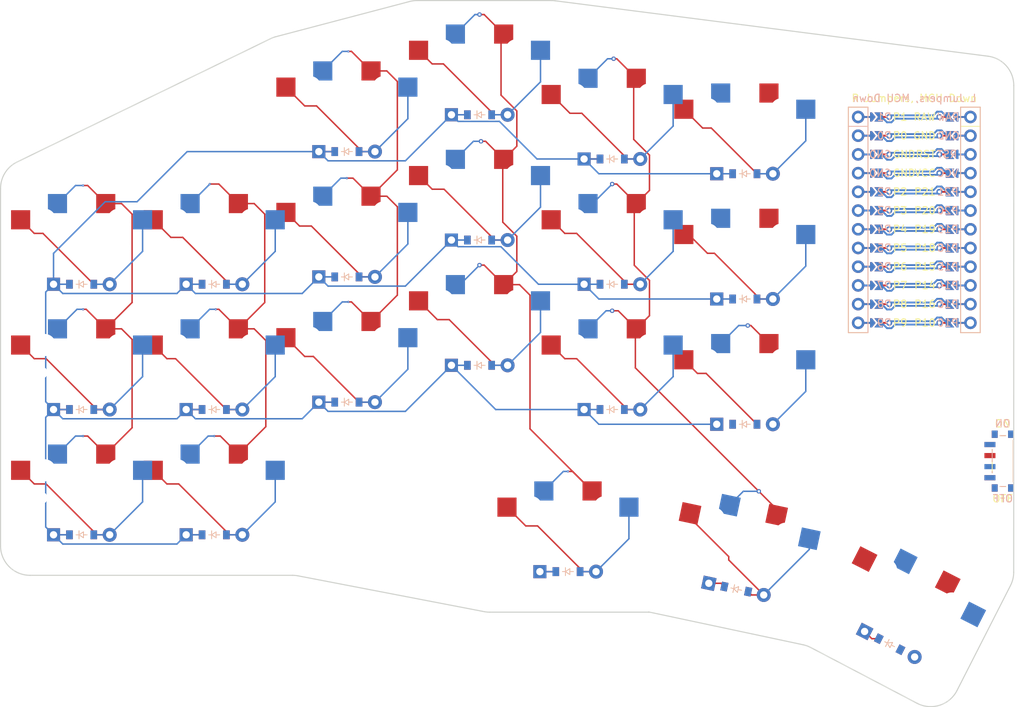
<source format=kicad_pcb>
(kicad_pcb (version 20240108) (generator "pcbnew") (generator_version "8.0")
  (title_block (title "split-circuit") (date "2024-05-11") (rev "v1.0.0") (company "Unknown"))
  (layers (0 "F.Cu" signal) (31 "B.Cu" signal) (34 "B.Paste" user) (35 "F.Paste" user) (36 "B.SilkS" user "B.Silkscreen") (37 "F.SilkS" user "F.Silkscreen") (38 "B.Mask" user) (39 "F.Mask" user) (44 "Edge.Cuts" user))
  (net 0 "")
  (net 1 "P9")
  (net 2 "outer_bottom")
  (net 3 "outer_home")
  (net 4 "outer_top")
  (net 5 "P8")
  (net 6 "pinky_bottom")
  (net 7 "pinky_home")
  (net 8 "pinky_top")
  (net 9 "P7")
  (net 10 "ring_bottom")
  (net 11 "ring_home")
  (net 12 "ring_top")
  (net 13 "P6")
  (net 14 "middle_bottom")
  (net 15 "middle_home")
  (net 16 "middle_top")
  (net 17 "P5")
  (net 18 "index_bottom")
  (net 19 "index_home")
  (net 20 "index_top")
  (net 21 "P4")
  (net 22 "inner_bottom")
  (net 23 "inner_home")
  (net 24 "inner_top")
  (net 25 "near_thumb")
  (net 26 "home_thumb")
  (net 27 "far_thumb")
  (net 28 "RAW")
  (net 29 "GND")
  (net 30 "RST")
  (net 31 "VCC")
  (net 32 "P21")
  (net 33 "P20")
  (net 34 "P19")
  (net 35 "P18")
  (net 36 "P15")
  (net 37 "P14")
  (net 38 "P16")
  (net 39 "P10")
  (net 40 "P1")
  (net 41 "P0")
  (net 42 "P2")
  (net 43 "P3")
  (net 44 "MCU1_24")
  (net 45 "MCU1_1")
  (net 46 "MCU1_23")
  (net 47 "MCU1_2")
  (net 48 "MCU1_22")
  (net 49 "MCU1_3")
  (net 50 "MCU1_21")
  (net 51 "MCU1_4")
  (net 52 "MCU1_20")
  (net 53 "MCU1_5")
  (net 54 "MCU1_19")
  (net 55 "MCU1_6")
  (net 56 "MCU1_18")
  (net 57 "MCU1_7")
  (net 58 "MCU1_17")
  (net 59 "MCU1_8")
  (net 60 "MCU1_16")
  (net 61 "MCU1_9")
  (net 62 "MCU1_15")
  (net 63 "MCU1_10")
  (net 64 "MCU1_14")
  (net 65 "MCU1_11")
  (net 66 "MCU1_13")
  (net 67 "MCU1_12")
  (footprint "ComboDiode" (layer "F.Cu") (at 222 121)
    (property "Reference" "D14" (hide yes))
    (property "Value" "" (hide yes))
  )
  (footprint "ComboDiode" (layer "F.Cu") (at 204 132)
    (property "Reference" "D10" (hide yes))
    (property "Value" "" (hide yes))
  )
  (footprint "ComboDiode" (layer "F.Cu") (at 259.65267 169.847993 -27)
    (property "Reference" "D21" (hide yes))
    (property "Value" "" (hide yes))
  )
  (footprint "PG1350" (layer "F.Cu") (at 168 150)
    (property "Reference" "S4" (hide yes))
    (property "Value" "" (hide yes))
  )
  (footprint "PG1350" (layer "F.Cu") (at 216 155)
    (property "Reference" "S19" (hide yes))
    (property "Value" "" (hide yes))
  )
  (footprint "PG1350" (layer "F.Cu") (at 168 116)
    (property "Reference" "S6" (hide yes))
    (property "Value" "" (hide yes))
  )
  (footprint "ComboDiode" (layer "F.Cu") (at 204 98)
    (property "Reference" "D12" (hide yes))
    (property "Value" "" (hide yes))
  )
  (footprint "PG1350" (layer "F.Cu") (at 222 133)
    (property "Reference" "S13" (hide yes))
    (property "Value" "" (hide yes))
  )
  (footprint "PG1350" (layer "F.Cu") (at 186 98)
    (property "Reference" "S9" (hide yes))
    (property "Value" "" (hide yes))
  )
  (footprint "ComboDiode" (layer "F.Cu") (at 204 115)
    (property "Reference" "D11" (hide yes))
    (property "Value" "" (hide yes))
  )
  (footprint "ComboDiode" (layer "F.Cu") (at 222 138)
    (property "Reference" "D13" (hide yes))
    (property "Value" "" (hide yes))
  )
  (footprint "ComboDiode" (layer "F.Cu") (at 186 120)
    (property "Reference" "D8" (hide yes))
    (property "Value" "" (hide yes))
  )
  (footprint "PG1350" (layer "F.Cu") (at 204 127)
    (property "Reference" "S10" (hide yes))
    (property "Value" "" (hide yes))
  )
  (footprint "PG1350" (layer "F.Cu") (at 186 132)
    (property "Reference" "S7" (hide yes))
    (property "Value" "" (hide yes))
  )
  (footprint "PG1350" (layer "F.Cu") (at 240 101)
    (property "Reference" "S18" (hide yes))
    (property "Value" "" (hide yes))
  )
  (footprint "PG1350" (layer "F.Cu") (at 204 110)
    (property "Reference" "S11" (hide yes))
    (property "Value" "" (hide yes))
  )
  (footprint "PG1350" (layer "F.Cu") (at 150 150)
    (property "Reference" "S1" (hide yes))
    (property "Value" "" (hide yes))
  )
  (footprint "PG1350" (layer "F.Cu") (at 150 116)
    (property "Reference" "S3" (hide yes))
    (property "Value" "" (hide yes))
  )
  (footprint "ComboDiode" (layer "F.Cu") (at 150 138)
    (property "Reference" "D2" (hide yes))
    (property "Value" "" (hide yes))
  )
  (footprint "PG1350" (layer "F.Cu") (at 150 133)
    (property "Reference" "S2" (hide yes))
    (property "Value" "" (hide yes))
  )
  (footprint "ComboDiode" (layer "F.Cu") (at 150 155)
    (property "Reference" "D1" (hide yes))
    (property "Value" "" (hide yes))
  )
  (footprint "PG1350" (layer "F.Cu") (at 261.922623 165.39296 -27)
    (property "Reference" "S21" (hide yes))
    (property "Value" "" (hide yes))
  )
  (footprint "ComboDiode" (layer "F.Cu") (at 238.84127 162.374438 -12)
    (property "Reference" "D20" (hide yes))
    (property "Value" "" (hide yes))
  )
  (footprint "PG1350" (layer "F.Cu") (at 204 93)
    (property "Reference" "S12" (hide yes))
    (property "Value" "" (hide yes))
  )
  (footprint "ComboDiode" (layer "F.Cu") (at 240 106)
    (property "Reference" "D18" (hide yes))
    (property "Value" "" (hide yes))
  )
  (footprint "ComboDiode" (layer "F.Cu") (at 240 140)
    (property "Reference" "D16" (hide yes))
    (property "Value" "" (hide yes))
  )
  (footprint "ComboDiode" (layer "F.Cu") (at 168 155)
    (property "Reference" "D4" (hide yes))
    (property "Value" "" (hide yes))
  )
  (footprint "PG1350" (layer "F.Cu") (at 168 133)
    (property "Reference" "S5" (hide yes))
    (property "Value" "" (hide yes))
  )
  (footprint "ceoloide:power_switch_smd_side" (layer "F.Cu") (at 275 145)
    (property "Reference" "PWR1" (hide yes))
    (property "Value" "")
  )
  (footprint "ComboDiode" (layer "F.Cu") (at 150 121)
    (property "Reference" "D3" (hide yes))
    (property "Value" "" (hide yes))
  )
  (footprint "ComboDiode" (layer "F.Cu") (at 216 160)
    (property "Reference" "D19" (hide yes))
    (property "Value" "" (hide yes))
  )
  (footprint "PG1350" (layer "F.Cu") (at 222 99)
    (property "Reference" "S15" (hide yes))
    (property "Value" "" (hide yes))
  )
  (footprint "ceoloide:mcu_nice_nano" (layer "F.Cu") (at 263 111)
    (property "Reference" "MCU1" (hide yes))
    (property "Value" "")
  )
  (footprint "PG1350" (layer "F.Cu") (at 239.880829 157.4837 -12)
    (property "Reference" "S20" (hide yes))
    (property "Value" "" (hide yes))
  )
  (footprint "ComboDiode" (layer "F.Cu") (at 168 138)
    (property "Reference" "D5" (hide yes))
    (property "Value" "" (hide yes))
  )
  (footprint "ComboDiode" (layer "F.Cu") (at 168 121)
    (property "Reference" "D6" (hide yes))
    (property "Value" "" (hide yes))
  )
  (footprint "PG1350" (layer "F.Cu") (at 240 135)
    (property "Reference" "S16" (hide yes))
    (property "Value" "" (hide yes))
  )
  (footprint "ComboDiode" (layer "F.Cu") (at 222 104)
    (property "Reference" "D15" (hide yes))
    (property "Value" "" (hide yes))
  )
  (footprint "ComboDiode" (layer "F.Cu") (at 240 123)
    (property "Reference" "D17" (hide yes))
    (property "Value" "" (hide yes))
  )
  (footprint "ComboDiode" (layer "F.Cu") (at 186 137)
    (property "Reference" "D7" (hide yes))
    (property "Value" "" (hide yes))
  )
  (footprint "PG1350" (layer "F.Cu") (at 186 115)
    (property "Reference" "S8" (hide yes))
    (property "Value" "" (hide yes))
  )
  (footprint "PG1350" (layer "F.Cu") (at 222 116)
    (property "Reference" "S14" (hide yes))
    (property "Value" "" (hide yes))
  )
  (footprint "ComboDiode" (layer "F.Cu") (at 186 103)
    (property "Reference" "D9" (hide yes))
    (property "Value" "" (hide yes))
  )
  (footprint "PG1350" (layer "F.Cu") (at 240 118)
    (property "Reference" "S17" (hide yes))
    (property "Value" "" (hide yes))
  )
  (gr_line (start 226.938132 165.467221) (end 227 165.5) (stroke (width 0.15)) (layer "Edge.Cuts"))
  (gr_line (start 276.49953 94.021108) (end 276.490723 160.071254) (stroke (width 0.15)) (layer "Edge.Cuts"))
  (gr_line (start 214.252897 82.532371) (end 273.007387 90.052946) (stroke (width 0.15)) (layer "Edge.Cuts"))
  (gr_arc (start 194.499533 82.631702) (mid 195.004277 82.533063) (end 195.517506 82.5) (stroke (width 0.15)) (layer "Edge.Cuts"))
  (gr_line (start 141.250137 104.405339) (end 175.647358 87.671556) (stroke (width 0.15)) (layer "Edge.Cuts"))
  (gr_arc (start 276.490723 160.071254) (mid 276.380136 161.00476) (end 276.054749 161.886683) (stroke (width 0.15)) (layer "Edge.Cuts"))
  (gr_arc (start 178.618876 160.5) (mid 178.998282 160.518032) (end 179.374266 160.571974) (stroke (width 0.15)) (layer "Edge.Cuts"))
  (gr_arc (start 273.007387 90.052945) (mid 275.502317 91.378001) (end 276.49953 94.021108) (stroke (width 0.15)) (layer "Edge.Cuts"))
  (gr_arc (start 247.918895 169.92682) (mid 248.444588 170.076741) (end 248.944925 170.296949) (stroke (width 0.15)) (layer "Edge.Cuts"))
  (gr_line (start 195.517506 82.5) (end 213.74504 82.5) (stroke (width 0.15)) (layer "Edge.Cuts"))
  (gr_line (start 276.054749 161.886683) (end 268.794201 176.136309) (stroke (width 0.15)) (layer "Edge.Cuts"))
  (gr_arc (start 213.74504 82.5) (mid 213.999484 82.508103) (end 214.252897 82.532371) (stroke (width 0.15)) (layer "Edge.Cuts"))
  (gr_line (start 139 156.5) (end 139 108.002279) (stroke (width 0.15)) (layer "Edge.Cuts"))
  (gr_line (start 176.379247 87.400198) (end 194.499533 82.631702) (stroke (width 0.15)) (layer "Edge.Cuts"))
  (gr_line (start 178.618876 160.5) (end 143 160.5) (stroke (width 0.15)) (layer "Edge.Cuts"))
  (gr_line (start 263.372498 177.862809) (end 248.944925 170.296949) (stroke (width 0.15)) (layer "Edge.Cuts"))
  (gr_arc (start 268.794201 176.136309) (mid 266.443897 178.131774) (end 263.372498 177.862809) (stroke (width 0.15)) (layer "Edge.Cuts"))
  (gr_line (start 247.918895 169.92682) (end 226.938132 165.467221) (stroke (width 0.15)) (layer "Edge.Cuts"))
  (gr_arc (start 139 108.002279) (mid 139.608883 105.880902) (end 141.250137 104.405339) (stroke (width 0.15)) (layer "Edge.Cuts"))
  (gr_arc (start 205.381124 165.5) (mid 205.001718 165.481968) (end 204.625734 165.428026) (stroke (width 0.15)) (layer "Edge.Cuts"))
  (gr_line (start 204.625734 165.428026) (end 179.374266 160.571974) (stroke (width 0.15)) (layer "Edge.Cuts"))
  (gr_arc (start 175.647358 87.671556) (mid 176.006667 87.51798) (end 176.379247 87.400198) (stroke (width 0.15)) (layer "Edge.Cuts"))
  (gr_arc (start 143 160.5) (mid 140.171573 159.328427) (end 139 156.5) (stroke (width 0.15)) (layer "Edge.Cuts"))
  (gr_line (start 227 165.5) (end 205.381124 165.5) (stroke (width 0.15)) (layer "Edge.Cuts"))
  (segment (start 164.19 121) (end 166.35 121) (width 0.2) (layer "F.Cu") (net 0))
  (segment (start 237.227326 162.031384) (end 236.778235 161.582293) (width 0.2) (layer "F.Cu") (net 0))
  (segment (start 184.35 103) (end 182.19 103) (width 0.2) (layer "F.Cu") (net 0))
  (segment (start 220.35 104) (end 218.19 104) (width 0.2) (layer "F.Cu") (net 0))
  (segment (start 214.35 160) (end 212.19 160) (width 0.2) (layer "F.Cu") (net 0))
  (segment (start 202.35 98) (end 200.19 98) (width 0.2) (layer "F.Cu") (net 0))
  (segment (start 238.35 106) (end 236.19 106) (width 0.2) (layer "F.Cu") (net 0))
  (segment (start 164.19 138) (end 166.35 138) (width 0.2) (layer "F.Cu") (net 0))
  (segment (start 236.778235 161.582293) (end 235.114528 161.582293) (width 0.2) (layer "F.Cu") (net 0))
  (segment (start 148.35 155) (end 146.19 155) (width 0.2) (layer "F.Cu") (net 0))
  (segment (start 166.35 155) (end 164.19 155) (width 0.2) (layer "F.Cu") (net 0))
  (segment (start 148.35 138) (end 146.19 138) (width 0.2) (layer "F.Cu") (net 0))
  (segment (start 182.19 137) (end 184.35 137) (width 0.2) (layer "F.Cu") (net 0))
  (segment (start 257.238555 169.098909) (end 256.257935 168.118289) (width 0.2) (layer "F.Cu") (net 0))
  (segment (start 258.182509 169.098909) (end 257.238555 169.098909) (width 0.2) (layer "F.Cu") (net 0))
  (segment (start 146.19 121) (end 148.35 121) (width 0.2) (layer "F.Cu") (net 0))
  (segment (start 145.125 139.065) (end 145.125 153.935) (width 0.2) (layer "B.Cu") (net 0))
  (segment (start 206.7 98.9) (end 211.8 104) (width 0.2) (layer "B.Cu") (net 0))
  (segment (start 220.19 123) (end 236.19 123) (width 0.2) (layer "B.Cu") (net 0))
  (segment (start 183.4425 121.2525) (end 193.9375 121.2525) (width 0.2) (layer "B.Cu") (net 0))
  (segment (start 157.525 109.8) (end 153.2 109.8) (width 0.2) (layer "B.Cu") (net 0))
  (segment (start 146.19 116.81) (end 146.19 121) (width 0.2) (layer "B.Cu") (net 0))
  (segment (start 183.4425 104.2525) (end 193.9375 104.2525) (width 0.2) (layer "B.Cu") (net 0))
  (segment (start 220.19 140) (end 236.19 140) (width 0.2) (layer "B.Cu") (net 0))
  (segment (start 182.19 103) (end 164.325 103) (width 0.2) (layer "B.Cu") (net 0))
  (segment (start 164.325 103) (end 157.525 109.8) (width 0.2) (layer "B.Cu") (net 0))
  (segment (start 146.19 121) (end 145.125 122.065) (width 0.2) (layer "B.Cu") (net 0))
  (segment (start 179.9375 122.2525) (end 182.19 120) (width 0.2) (layer "B.Cu") (net 0))
  (segment (start 218.19 138) (end 220.35 138) (width 0.2) (layer "B.Cu") (net 0))
  (segment (start 200.19 98) (end 201.09 98.9) (width 0.2) (layer "B.Cu") (net 0))
  (segment (start 146.19 155) (end 148.35 155) (width 0.2) (layer "B.Cu") (net 0))
  (segment (start 218.19 121) (end 220.19 123) (width 0.2) (layer "B.Cu") (net 0))
  (segment (start 162.9375 139.2525) (end 164.19 138) (width 0.2) (layer "B.Cu") (net 0))
  (segment (start 184.35 137) (end 182.19 137) (width 0.2) (layer "B.Cu") (net 0))
  (segment (start 145.125 122.065) (end 145.125 136.935) (width 0.2) (layer "B.Cu") (net 0))
  (segment (start 193.9375 138.2525) (end 200.19 132) (width 0.2) (layer "B.Cu") (net 0))
  (segment (start 218.19 104) (end 220.35 104) (width 0.2) (layer "B.Cu") (net 0))
  (segment (start 218.19 121) (end 220.35 121) (width 0.2) (layer "B.Cu") (net 0))
  (segment (start 162.9375 122.2525) (end 164.19 121) (width 0.2) (layer "B.Cu") (net 0))
  (segment (start 146.19 121) (end 148.35 121) (width 0.2) (layer "B.Cu") (net 0))
  (segment (start 206.9 115.9) (end 212 121) (width 0.2) (layer "B.Cu") (net 0))
  (segment (start 147.4425 139.2525) (end 162.9375 139.2525) (width 0.2) (layer "B.Cu") (net 0))
  (segment (start 200.19 132) (end 202.35 132) (width 0.2) (layer "B.Cu") (net 0))
  (segment (start 146.19 138) (end 145.125 139.065) (width 0.2) (layer "B.Cu") (net 0))
  (segment (start 200.19 132) (end 206.19 138) (width 0.2) (layer "B.Cu") (net 0))
  (segment (start 165.4425 122.2525) (end 179.9375 122.2525) (width 0.2) (layer "B.Cu") (net 0))
  (segment (start 212.19 160) (end 214.35 160) (width 0.2) (layer "B.Cu") (net 0))
  (segment (start 153.2 109.8) (end 146.19 116.81) (width 0.2) (layer "B.Cu") (net 0))
  (segment (start 164.19 138) (end 166.35 138) (width 0.2) (layer "B.Cu") (net 0))
  (segment (start 146.19 155) (end 147.4425 156.2525) (width 0.2) (layer "B.Cu") (net 0))
  (segment (start 220.19 106) (end 236.19 106) (width 0.2) (layer "B.Cu") (net 0))
  (segment (start 164.19 121) (end 166.35 121) (width 0.2) (layer "B.Cu") (net 0))
  (segment (start 211.8 104) (end 218.19 104) (width 0.2) (layer "B.Cu") (net 0))
  (segment (start 193.9375 121.2525) (end 200.19 115) (width 0.2) (layer "B.Cu") (net 0))
  (segment (start 182.19 120) (end 183.4425 121.2525) (width 0.2) (layer "B.Cu") (net 0))
  (segment (start 145.125 153.935) (end 146.19 155) (width 0.2) (layer "B.Cu") (net 0))
  (segment (start 182.19 103) (end 184.35 103) (width 0.2) (layer "B.Cu") (net 0))
  (segment (start 145.125 136.935) (end 146.19 138) (width 0.2) (layer "B.Cu") (net 0))
  (segment (start 162.9375 156.2525) (end 164.19 155) (width 0.2) (layer "B.Cu") (net 0))
  (segment (start 182.19 103) (end 183.4425 104.2525) (width 0.2) (layer "B.Cu") (net 0))
  (segment (start 147.4425 122.2525) (end 162.9375 122.2525) (width 0.2) (layer "B.Cu") (net 0))
  (segment (start 236.19 123) (end 238.35 123) (width 0.2) (layer "B.Cu") (net 0))
  (segment (start 200.19 115) (end 202.35 115) (width 0.2) (layer "B.Cu") (net 0))
  (segment (start 212 121) (end 218.19 121) (width 0.2) (layer "B.Cu") (net 0))
  (segment (start 193.9375 104.2525) (end 200.19 98) (width 0.2) (layer "B.Cu") (net 0))
  (segment (start 164.19 155) (end 166.35 155) (width 0.2) (layer "B.Cu") (net 0))
  (segment (start 165.4425 139.2525) (end 179.9375 139.2525) (width 0.2) (layer "B.Cu") (net 0))
  (segment (start 201.09 98.9) (end 206.7 98.9) (width 0.2) (layer "B.Cu") (net 0))
  (segment (start 179.9375 139.2525) (end 182.19 137) (width 0.2) (layer "B.Cu") (net 0))
  (segment (start 146.19 138) (end 148.35 138) (width 0.2) (layer "B.Cu") (net 0))
  (segment (start 182.19 137) (end 183.4425 138.2525) (width 0.2) (layer "B.Cu") (net 0))
  (segment (start 236.19 106) (end 238.35 106) (width 0.2) (layer "B.Cu") (net 0))
  (segment (start 218.19 138) (end 220.19 140) (width 0.2) (layer "B.Cu") (net 0))
  (segment (start 146.19 138) (end 147.4425 139.2525) (width 0.2) (layer "B.Cu") (net 0))
  (segment (start 164.19 138) (end 165.4425 139.2525) (width 0.2) (layer "B.Cu") (net 0))
  (segment (start 164.19 121) (end 165.4425 122.2525) (width 0.2) (layer "B.Cu") (net 0))
  (segment (start 201.09 115.9) (end 206.9 115.9) (width 0.2) (layer "B.Cu") (net 0))
  (segment (start 147.4425 156.2525) (end 162.9375 156.2525) (width 0.2) (layer "B.Cu") (net 0))
  (segment (start 183.4425 138.2525) (end 193.9375 138.2525) (width 0.2) (layer "B.Cu") (net 0))
  (segment (start 218.19 104) (end 220.19 106) (width 0.2) (layer "B.Cu") (net 0))
  (segment (start 200.19 115) (end 201.09 115.9) (width 0.2) (layer "B.Cu") (net 0))
  (segment (start 146.19 121) (end 147.4425 122.2525) (width 0.2) (layer "B.Cu") (net 0))
  (segment (start 182.19 120) (end 184.35 120) (width 0.2) (layer "B.Cu") (net 0))
  (segment (start 206.19 138) (end 218.19 138) (width 0.2) (layer "B.Cu") (net 0))
  (segment (start 200.19 98) (end 202.35 98) (width 0.2) (layer "B.Cu") (net 0))
  (segment (start 267.775 126.24) (end 266.4 126.24) (width 0.25) (layer "F.Cu") (net 1))
  (segment (start 150.2 107.6) (end 150.825 107.6) (width 0.2) (layer "F.Cu") (net 1))
  (segment (start 156.85 128.483705) (end 156.85 140.475) (width 0.2) (layer "F.Cu") (net 1))
  (segment (start 150.625 124.4) (end 153.275 127.05) (width 0.2) (layer "F.Cu") (net 1))
  (segment (start 155.416295 127.05) (end 156.85 128.483705) (width 0.2) (layer "F.Cu") (net 1))
  (segment (start 150.825 107.6) (end 153.275 110.05) (width 0.2) (layer "F.Cu") (net 1))
  (segment (start 155.416295 110.05) (end 153.275 110.05) (width 0.2) (layer "F.Cu") (net 1))
  (segment (start 156.85 111.483705) (end 155.416295 110.05) (width 0.2) (layer "F.Cu") (net 1))
  (segment (start 150.2 141.6) (end 150.825 141.6) (width 0.2) (layer "F.Cu") (net 1))
  (segment (start 153.275 127.05) (end 156.85 123.475) (width 0.2) (layer "F.Cu") (net 1))
  (segment (start 150.2 124.4) (end 150.625 124.4) (width 0.2) (layer "F.Cu") (net 1))
  (segment (start 156.85 140.475) (end 153.275 144.05) (width 0.2) (layer "F.Cu") (net 1))
  (segment (start 153.275 127.05) (end 155.416295 127.05) (width 0.2) (layer "F.Cu") (net 1))
  (segment (start 156.85 123.475) (end 156.85 111.483705) (width 0.2) (layer "F.Cu") (net 1))
  (segment (start 150.825 141.6) (end 153.275 144.05) (width 0.2) (layer "F.Cu") (net 1))
  (via micro (at 150.2 124.4) (size 0.3) (drill 0.1) (layers "F.Cu" "B.Cu") (net 1))
  (via micro (at 150.2 141.6) (size 0.3) (drill 0.1) (layers "F.Cu" "B.Cu") (net 1))
  (via micro (at 150.2 107.6) (size 0.3) (drill 0.1) (layers "F.Cu" "B.Cu") (net 1))
  (segment (start 146.725 110.05) (end 149.175 107.6) (width 0.2) (layer "B.Cu") (net 1))
  (segment (start 258.225 126.24) (end 258.574695 126.24) (width 0.25) (layer "B.Cu") (net 1))
  (segment (start 149.175 141.6) (end 150.2 141.6) (width 0.2) (layer "B.Cu") (net 1))
  (segment (start 149.375 124.4) (end 150.2 124.4) (width 0.2) (layer "B.Cu") (net 1))
  (segment (start 258.574695 126.24) (end 259.299695 126.965) (width 0.25) (layer "B.Cu") (net 1))
  (segment (start 259.900305 126.965) (end 260.395305 126.47) (width 0.25) (layer "B.Cu") (net 1))
  (segment (start 259.299695 126.965) (end 259.900305 126.965) (width 0.25) (layer "B.Cu") (net 1))
  (segment (start 146.725 127.05) (end 149.375 124.4) (width 0.2) (layer "B.Cu") (net 1))
  (segment (start 149.175 107.6) (end 150.2 107.6) (width 0.2) (layer "B.Cu") (net 1))
  (segment (start 260.395305 126.47) (end 266.17 126.47) (width 0.25) (layer "B.Cu") (net 1))
  (segment (start 146.725 144.05) (end 149.175 141.6) (width 0.2) (layer "B.Cu") (net 1))
  (segment (start 143.575 148.1) (end 145.180356 148.1) (width 0.2) (layer "F.Cu") (net 2))
  (segment (start 151.65 155) (end 153.81 155) (width 0.2) (layer "F.Cu") (net 2))
  (segment (start 145.180356 148.1) (end 152.080356 155) (width 0.2) (layer "F.Cu") (net 2))
  (segment (start 152.080356 155) (end 153.81 155) (width 0.2) (layer "F.Cu") (net 2))
  (segment (start 141.725 146.25) (end 143.575 148.1) (width 0.2) (layer "F.Cu") (net 2))
  (segment (start 153.81 155) (end 158.275 150.535) (width 0.2) (layer "B.Cu") (net 2))
  (segment (start 151.65 155) (end 153.81 155) (width 0.2) (layer "B.Cu") (net 2))
  (segment (start 158.275 150.535) (end 158.275 146.25) (width 0.2) (layer "B.Cu") (net 2))
  (segment (start 143.575 131.1) (end 145.180356 131.1) (width 0.2) (layer "F.Cu") (net 3))
  (segment (start 151.65 138) (end 153.81 138) (width 0.2) (layer "F.Cu") (net 3))
  (segment (start 152.080356 138) (end 153.81 138) (width 0.2) (layer "F.Cu") (net 3))
  (segment (start 141.725 129.25) (end 143.575 131.1) (width 0.2) (layer "F.Cu") (net 3))
  (segment (start 145.180356 131.1) (end 152.080356 138) (width 0.2) (layer "F.Cu") (net 3))
  (segment (start 153.81 138) (end 158.275 133.535) (width 0.2) (layer "B.Cu") (net 3))
  (segment (start 158.275 133.535) (end 158.275 129.25) (width 0.2) (layer "B.Cu") (net 3))
  (segment (start 151.65 138) (end 153.81 138) (width 0.2) (layer "B.Cu") (net 3))
  (segment (start 144.75 114.1) (end 151.65 121) (width 0.2) (layer "F.Cu") (net 4))
  (segment (start 143.575 114.1) (end 144.75 114.1) (width 0.2) (layer "F.Cu") (net 4))
  (segment (start 141.725 112.25) (end 143.575 114.1) (width 0.2) (layer "F.Cu") (net 4))
  (segment (start 158.275 116.535) (end 158.275 112.25) (width 0.2) (layer "B.Cu") (net 4))
  (segment (start 153.81 121) (end 158.275 116.535) (width 0.2) (layer "B.Cu") (net 4))
  (segment (start 153.81 121) (end 151.65 121) (width 0.2) (layer "B.Cu") (net 4))
  (segment (start 267.775 123.7) (end 266.4 123.7) (width 0.25) (layer "F.Cu") (net 5))
  (segment (start 168.625 107.4) (end 171.275 110.05) (width 0.2) (layer "F.Cu") (net 5))
  (segment (start 168.625 124.4) (end 171.275 127.05) (width 0.2) (layer "F.Cu") (net 5))
  (segment (start 171.275 110.05) (end 173.416295 110.05) (width 0.2) (layer "F.Cu") (net 5))
  (segment (start 171.275 127.05) (end 173.416295 127.05) (width 0.2) (layer "F.Cu") (net 5))
  (segment (start 174.85 123.475) (end 171.275 127.05) (width 0.2) (layer "F.Cu") (net 5))
  (segment (start 175 128.633705) (end 175 140.325) (width 0.2) (layer "F.Cu") (net 5))
  (segment (start 167.4 107.4) (end 168.625 107.4) (width 0.2) (layer "F.Cu") (net 5))
  (segment (start 175 140.325) (end 171.275 144.05) (width 0.2) (layer "F.Cu") (net 5))
  (segment (start 168.2 124.4) (end 168.625 124.4) (width 0.2) (layer "F.Cu") (net 5))
  (segment (start 168 141.6) (end 168.825 141.6) (width 0.2) (layer "F.Cu") (net 5))
  (segment (start 174.85 111.483705) (end 174.85 123.475) (width 0.2) (layer "F.Cu") (net 5))
  (segment (start 173.416295 110.05) (end 174.85 111.483705) (width 0.2) (layer "F.Cu") (net 5))
  (segment (start 168.825 141.6) (end 171.275 144.05) (width 0.2) (layer "F.Cu") (net 5))
  (segment (start 173.416295 127.05) (end 175 128.633705) (width 0.2) (layer "F.Cu") (net 5))
  (via micro (at 167.4 107.4) (size 0.3) (drill 0.1) (layers "F.Cu" "B.Cu") (net 5))
  (via micro (at 168 141.6) (size 0.3) (drill 0.1) (layers "F.Cu" "B.Cu") (net 5))
  (via micro (at 168.2 124.4) (size 0.3) (drill 0.1) (layers "F.Cu" "B.Cu") (net 5))
  (segment (start 167.375 124.4) (end 168.2 124.4) (width 0.2) (layer "B.Cu") (net 5))
  (segment (start 164.725 127.05) (end 167.375 124.4) (width 0.2) (layer "B.Cu") (net 5))
  (segment (start 164.725 144.05) (end 167.175 141.6) (width 0.2) (layer "B.Cu") (net 5))
  (segment (start 164.75 110.05) (end 167.4 107.4) (width 0.2) (layer "B.Cu") (net 5))
  (segment (start 258.574695 123.7) (end 259.299695 124.425) (width 0.25) (layer "B.Cu") (net 5))
  (segment (start 167.175 141.6) (end 168 141.6) (width 0.2) (layer "B.Cu") (net 5))
  (segment (start 259.299695 124.425) (end 259.900305 124.425) (width 0.25) (layer "B.Cu") (net 5))
  (segment (start 260.395305 123.93) (end 266.17 123.93) (width 0.25) (layer "B.Cu") (net 5))
  (segment (start 164.725 110.05) (end 164.75 110.05) (width 0.2) (layer "B.Cu") (net 5))
  (segment (start 258.225 123.7) (end 258.574695 123.7) (width 0.25) (layer "B.Cu") (net 5))
  (segment (start 259.900305 124.425) (end 260.395305 123.93) (width 0.25) (layer "B.Cu") (net 5))
  (segment (start 161.575 148.1) (end 163.180356 148.1) (width 0.2) (layer "F.Cu") (net 6))
  (segment (start 169.65 155) (end 171.81 155) (width 0.2) (layer "F.Cu") (net 6))
  (segment (start 159.725 146.25) (end 161.575 148.1) (width 0.2) (layer "F.Cu") (net 6))
  (segment (start 170.080356 155) (end 171.81 155) (width 0.2) (layer "F.Cu") (net 6))
  (segment (start 163.180356 148.1) (end 170.080356 155) (width 0.2) (layer "F.Cu") (net 6))
  (segment (start 171.81 155) (end 169.65 155) (width 0.2) (layer "B.Cu") (net 6))
  (segment (start 176.275 150.535) (end 176.275 146.25) (width 0.2) (layer "B.Cu") (net 6))
  (segment (start 171.81 155) (end 176.275 150.535) (width 0.2) (layer "B.Cu") (net 6))
  (segment (start 169.65 138) (end 171.81 138) (width 0.2) (layer "F.Cu") (net 7))
  (segment (start 161.575 131.1) (end 162.75 131.1) (width 0.2) (layer "F.Cu") (net 7))
  (segment (start 159.725 129.25) (end 161.575 131.1) (width 0.2) (layer "F.Cu") (net 7))
  (segment (start 162.75 131.1) (end 169.65 138) (width 0.2) (layer "F.Cu") (net 7))
  (segment (start 171.81 138) (end 176.275 133.535) (width 0.2) (layer "B.Cu") (net 7))
  (segment (start 176.275 133.535) (end 176.275 129.25) (width 0.2) (layer "B.Cu") (net 7))
  (segment (start 171.81 138) (end 169.65 138) (width 0.2) (layer "B.Cu") (net 7))
  (segment (start 170.080356 121) (end 171.81 121) (width 0.2) (layer "F.Cu") (net 8))
  (segment (start 162.115178 114.640178) (end 163.720534 114.640178) (width 0.2) (layer "F.Cu") (net 8))
  (segment (start 159.725 112.25) (end 162.115178 114.640178) (width 0.2) (layer "F.Cu") (net 8))
  (segment (start 163.720534 114.640178) (end 170.080356 121) (width 0.2) (layer "F.Cu") (net 8))
  (segment (start 176.275 116.535) (end 176.275 112.25) (width 0.2) (layer "B.Cu") (net 8))
  (segment (start 171.81 121) (end 176.275 116.535) (width 0.2) (layer "B.Cu") (net 8))
  (segment (start 169.65 121) (end 171.81 121) (width 0.2) (layer "B.Cu") (net 8))
  (segment (start 186.625 89.4) (end 189.275 92.05) (width 0.2) (layer "F.Cu") (net 9))
  (segment (start 191.416295 109.05) (end 189.275 109.05) (width 0.2) (layer "F.Cu") (net 9))
  (segment (start 186.2 123.4) (end 186.625 123.4) (width 0.2) (layer "F.Cu") (net 9))
  (segment (start 191.416295 92.05) (end 192.85 93.483705) (width 0.2) (layer "F.Cu") (net 9))
  (segment (start 186.2 89.4) (end 186.625 89.4) (width 0.2) (layer "F.Cu") (net 9))
  (segment (start 267.775 121.16) (end 266.4 121.16) (width 0.25) (layer "F.Cu") (net 9))
  (segment (start 192.85 105.475) (end 189.275 109.05) (width 0.2) (layer "F.Cu") (net 9))
  (segment (start 192.85 110.483705) (end 191.416295 109.05) (width 0.2) (layer "F.Cu") (net 9))
  (segment (start 186 106.6) (end 186.825 106.6) (width 0.2) (layer "F.Cu") (net 9))
  (segment (start 189.275 126.05) (end 192.85 122.475) (width 0.2) (layer "F.Cu") (net 9))
  (segment (start 189.275 92.05) (end 191.416295 92.05) (width 0.2) (layer "F.Cu") (net 9))
  (segment (start 192.85 93.483705) (end 192.85 105.475) (width 0.2) (layer "F.Cu") (net 9))
  (segment (start 186.825 106.6) (end 189.275 109.05) (width 0.2) (layer "F.Cu") (net 9))
  (segment (start 192.85 122.475) (end 192.85 110.483705) (width 0.2) (layer "F.Cu") (net 9))
  (segment (start 186.625 123.4) (end 189.275 126.05) (width 0.2) (layer "F.Cu") (net 9))
  (via micro (at 186 106.6) (size 0.3) (drill 0.1) (layers "F.Cu" "B.Cu") (net 9))
  (via micro (at 186.2 89.4) (size 0.3) (drill 0.1) (layers "F.Cu" "B.Cu") (net 9))
  (via micro (at 186.2 123.4) (size 0.3) (drill 0.1) (layers "F.Cu" "B.Cu") (net 9))
  (segment (start 258.225 121.16) (end 258.574695 121.16) (width 0.25) (layer "B.Cu") (net 9))
  (segment (start 182.725 92.05) (end 185.375 89.4) (width 0.2) (layer "B.Cu") (net 9))
  (segment (start 182.725 109.05) (end 185.175 106.6) (width 0.2) (layer "B.Cu") (net 9))
  (segment (start 185.375 123.4) (end 186.2 123.4) (width 0.2) (layer "B.Cu") (net 9))
  (segment (start 185.175 106.6) (end 186 106.6) (width 0.2) (layer "B.Cu") (net 9))
  (segment (start 259.299695 121.885) (end 259.900305 121.885) (width 0.25) (layer "B.Cu") (net 9))
  (segment (start 185.375 89.4) (end 186.2 89.4) (width 0.2) (layer "B.Cu") (net 9))
  (segment (start 259.900305 121.885) (end 260.395305 121.39) (width 0.25) (layer "B.Cu") (net 9))
  (segment (start 260.395305 121.39) (end 266.17 121.39) (width 0.25) (layer "B.Cu") (net 9))
  (segment (start 182.725 126.05) (end 185.375 123.4) (width 0.2) (layer "B.Cu") (net 9))
  (segment (start 258.574695 121.16) (end 259.299695 121.885) (width 0.25) (layer "B.Cu") (net 9))
  (segment (start 177.725 128.25) (end 180.2741 130.7991) (width 0.2) (layer "F.Cu") (net 10))
  (segment (start 180.2741 130.7991) (end 181.4491 130.7991) (width 0.2) (layer "F.Cu") (net 10))
  (segment (start 181.4491 130.7991) (end 187.65 137) (width 0.2) (layer "F.Cu") (net 10))
  (segment (start 187.65 137) (end 189.81 137) (width 0.2) (layer "F.Cu") (net 10))
  (segment (start 189.81 137) (end 194.275 132.535) (width 0.2) (layer "B.Cu") (net 10))
  (segment (start 189.81 137) (end 187.65 137) (width 0.2) (layer "B.Cu") (net 10))
  (segment (start 194.275 132.535) (end 194.275 128.25) (width 0.2) (layer "B.Cu") (net 10))
  (segment (start 188.080356 120) (end 189.81 120) (width 0.2) (layer "F.Cu") (net 11))
  (segment (start 177.725 111.25) (end 179.575 113.1) (width 0.2) (layer "F.Cu") (net 11))
  (segment (start 179.575 113.1) (end 181.180356 113.1) (width 0.2) (layer "F.Cu") (net 11))
  (segment (start 181.180356 113.1) (end 188.080356 120) (width 0.2) (layer "F.Cu") (net 11))
  (segment (start 187.65 120) (end 189.81 120) (width 0.2) (layer "B.Cu") (net 11))
  (segment (start 194.275 115.535) (end 194.275 111.25) (width 0.2) (layer "B.Cu") (net 11))
  (segment (start 189.81 120) (end 194.275 115.535) (width 0.2) (layer "B.Cu") (net 11))
  (segment (start 188.080356 103) (end 189.81 103) (width 0.2) (layer "F.Cu") (net 12))
  (segment (start 177.725 94.25) (end 180.2741 96.7991) (width 0.2) (layer "F.Cu") (net 12))
  (segment (start 180.2741 96.7991) (end 181.879456 96.7991) (width 0.2) (layer "F.Cu") (net 12))
  (segment (start 181.879456 96.7991) (end 188.080356 103) (width 0.2) (layer "F.Cu") (net 12))
  (segment (start 189.81 103) (end 194.275 98.535) (width 0.2) (layer "B.Cu") (net 12))
  (segment (start 194.275 98.535) (end 194.275 94.25) (width 0.2) (layer "B.Cu") (net 12))
  (segment (start 187.65 103) (end 189.81 103) (width 0.2) (layer "B.Cu") (net 12))
  (segment (start 204 84.4) (end 204.625 84.4) (width 0.2) (layer "F.Cu") (net 13))
  (segment (start 204 118.4) (end 204.625 118.4) (width 0.2) (layer "F.Cu") (net 13))
  (segment (start 267.775 118.62) (end 266.4 118.62) (width 0.25) (layer "F.Cu") (net 13))
  (segment (start 216 146.4) (end 216.625 146.4) (width 0.2) (layer "F.Cu") (net 13))
  (segment (start 207.15 104.175) (end 207.15 112.568697) (width 0.2) (layer "F.Cu") (net 13))
  (segment (start 209.0625 102.2625) (end 207.275 104.05) (width 0.2) (layer "F.Cu") (net 13))
  (segment (start 207.15 112.568697) (end 209.0625 114.481197) (width 0.2) (layer "F.Cu") (net 13))
  (segment (start 210.85 122.483705) (end 210.85 140.625) (width 0.2) (layer "F.Cu") (net 13))
  (segment (start 209.0625 97.481197) (end 209.0625 102.2625) (width 0.2) (layer "F.Cu") (net 13))
  (segment (start 204.2 101.6) (end 204.825 101.6) (width 0.2) (layer "F.Cu") (net 13))
  (segment (start 207.275 87.05) (end 206.919348 87.405652) (width 0.2) (layer "F.Cu") (net 13))
  (segment (start 204.825 101.6) (end 207.275 104.05) (width 0.2) (layer "F.Cu") (net 13))
  (segment (start 204.625 84.4) (end 207.275 87.05) (width 0.2) (layer "F.Cu") (net 13))
  (segment (start 206.919348 95.338045) (end 209.0625 97.481197) (width 0.2) (layer "F.Cu") (net 13))
  (segment (start 204.625 118.4) (end 207.275 121.05) (width 0.2) (layer "F.Cu") (net 13))
  (segment (start 209.0625 114.481197) (end 209.0625 119.2625) (width 0.2) (layer "F.Cu") (net 13))
  (segment (start 207.275 121.05) (end 209.416295 121.05) (width 0.2) (layer "F.Cu") (net 13))
  (segment (start 216.625 146.4) (end 219.275 149.05) (width 0.2) (layer "F.Cu") (net 13))
  (segment (start 206.919348 87.405652) (end 206.919348 95.338045) (width 0.2) (layer "F.Cu") (net 13))
  (segment (start 209.0625 119.2625) (end 207.275 121.05) (width 0.2) (layer "F.Cu") (net 13))
  (segment (start 209.416295 121.05) (end 210.85 122.483705) (width 0.2) (layer "F.Cu") (net 13))
  (segment (start 210.85 140.625) (end 219.275 149.05) (width 0.2) (layer "F.Cu") (net 13))
  (segment (start 207.275 104.05) (end 207.15 104.175) (width 0.2) (layer "F.Cu") (net 13))
  (via (at 204 118.4) (size 0.6) (drill 0.3) (layers "F.Cu" "B.Cu") (net 13))
  (via (at 204 84.4) (size 0.6) (drill 0.3) (layers "F.Cu" "B.Cu") (net 13))
  (via micro (at 216 146.4) (size 0.3) (drill 0.1) (layers "F.Cu" "B.Cu") (net 13))
  (via (at 204.2 101.6) (size 0.6) (drill 0.3) (layers "F.Cu" "B.Cu") (net 13))
  (segment (start 201.35 121.05) (end 204 118.4) (width 0.2) (layer "B.Cu") (net 13))
  (segment (start 200.725 87.05) (end 203.375 84.4) (width 0.2) (layer "B.Cu") (net 13))
  (segment (start 215.375 146.4) (end 216 146.4) (width 0.2) (layer "B.Cu") (net 13))
  (segment (start 259.900305 119.345) (end 260.395305 118.85) (width 0.25) (layer "B.Cu") (net 13))
  (segment (start 203.175 101.6) (end 204.2 101.6) (width 0.2) (layer "B.Cu") (net 13))
  (segment (start 203.375 84.4) (end 204 84.4) (width 0.2) (layer "B.Cu") (net 13))
  (segment (start 260.395305 118.85) (end 266.17 118.85) (width 0.25) (layer "B.Cu") (net 13))
  (segment (start 200.725 104.05) (end 203.175 101.6) (width 0.2) (layer "B.Cu") (net 13))
  (segment (start 200.725 121.05) (end 201.35 121.05) (width 0.2) (layer "B.Cu") (net 13))
  (segment (start 259.299695 119.345) (end 259.900305 119.345) (width 0.25) (layer "B.Cu") (net 13))
  (segment (start 258.225 118.62) (end 258.574695 118.62) (width 0.25) (layer "B.Cu") (net 13))
  (segment (start 258.574695 118.62) (end 259.299695 119.345) (width 0.25) (layer "B.Cu") (net 13))
  (segment (start 212.725 149.05) (end 215.375 146.4) (width 0.2) (layer "B.Cu") (net 13))
  (segment (start 195.725 123.25) (end 198.2741 125.7991) (width 0.2) (layer "F.Cu") (net 14))
  (segment (start 198.2741 125.7991) (end 199.879456 125.7991) (width 0.2) (layer "F.Cu") (net 14))
  (segment (start 199.879456 125.7991) (end 206.080356 132) (width 0.2) (layer "F.Cu") (net 14))
  (segment (start 206.080356 132) (end 207.81 132) (width 0.2) (layer "F.Cu") (net 14))
  (segment (start 212.275 123.25) (end 212.275 127.535) (width 0.2) (layer "B.Cu") (net 14))
  (segment (start 212.275 127.535) (end 207.81 132) (width 0.2) (layer "B.Cu") (net 14))
  (segment (start 205.65 132) (end 207.81 132) (width 0.2) (layer "B.Cu") (net 14))
  (segment (start 206.080356 115) (end 207.81 115) (width 0.2) (layer "F.Cu") (net 15))
  (segment (start 199.180356 108.1) (end 206.080356 115) (width 0.2) (layer "F.Cu") (net 15))
  (segment (start 195.725 106.25) (end 197.575 108.1) (width 0.2) (layer "F.Cu") (net 15))
  (segment (start 197.575 108.1) (end 199.180356 108.1) (width 0.2) (layer "F.Cu") (net 15))
  (segment (start 205.65 115) (end 207.81 115) (width 0.2) (layer "B.Cu") (net 15))
  (segment (start 212.275 110.535) (end 212.275 106.25) (width 0.2) (layer "B.Cu") (net 15))
  (segment (start 207.81 115) (end 212.275 110.535) (width 0.2) (layer "B.Cu") (net 15))
  (segment (start 197.575 91.1) (end 199.1 91.1) (width 0.2) (layer "F.Cu") (net 16))
  (segment (start 195.725 89.25) (end 197.575 91.1) (width 0.2) (layer "F.Cu") (net 16))
  (segment (start 206 98) (end 207.81 98) (width 0.2) (layer "F.Cu") (net 16))
  (segment (start 199.1 91.1) (end 206 98) (width 0.2) (layer "F.Cu") (net 16))
  (segment (start 212.275 89.25) (end 212.275 93.535) (width 0.2) (layer "B.Cu") (net 16))
  (segment (start 212.275 93.535) (end 207.81 98) (width 0.2) (layer "B.Cu") (net 16))
  (segment (start 205.65 98) (end 207.81 98) (width 0.2) (layer "B.Cu") (net 16))
  (segment (start 227.0625 108.2625) (end 225.275 110.05) (width 0.2) (layer "F.Cu") (net 17))
  (segment (start 227.0625 125.2625) (end 225.275 127.05) (width 0.2) (layer "F.Cu") (net 17))
  (segment (start 225.15 127.175) (end 225.15 132.348329) (width 0.2) (layer "F.Cu") (net 17))
  (segment (start 222.825 124.6) (end 225.275 127.05) (width 0.2) (layer "F.Cu") (net 17))
  (segment (start 227.0625 103.481197) (end 227.0625 108.2625) (width 0.2) (layer "F.Cu") (net 17))
  (segment (start 222 107.4) (end 222.625 107.4) (width 0.2) (layer "F.Cu") (net 17))
  (segment (start 225 110.325) (end 225 118.418697) (width 0.2) (layer "F.Cu") (net 17))
  (segment (start 222 124.6) (end 222.825 124.6) (width 0.2) (layer "F.Cu") (net 17))
  (segment (start 244.321337 151.519666) (end 244.321337 152.344633) (width 0.2) (layer "F.Cu") (net 17))
  (segment (start 225.275 127.05) (end 225.15 127.175) (width 0.2) (layer "F.Cu") (net 17))
  (segment (start 222.625 90.4) (end 225.275 93.05) (width 0.2) (layer "F.Cu") (net 17))
  (segment (start 225.275 110.05) (end 225 110.325) (width 0.2) (layer "F.Cu") (net 17))
  (segment (start 224.919348 93.405652) (end 224.919348 101.338045) (width 0.2) (layer "F.Cu") (net 17))
  (segment (start 222.2 90.4) (end 222.625 90.4) (width 0.2) (layer "F.Cu") (net 17))
  (segment (start 224.919348 101.338045) (end 227.0625 103.481197) (width 0.2) (layer "F.Cu") (net 17))
  (segment (start 225 118.418697) (end 227.0625 120.481197) (width 0.2) (layer "F.Cu") (net 17))
  (segment (start 225.15 132.348329) (end 241.900836 149.099164) (width 0.2) (layer "F.Cu") (net 17))
  (segment (start 227.0625 120.481197) (end 227.0625 125.2625) (width 0.2) (layer "F.Cu") (net 17))
  (segment (start 225.275 93.05) (end 224.919348 93.405652) (width 0.2) (layer "F.Cu") (net 17))
  (segment (start 241.900836 149.099164) (end 244.321337 151.519666) (width 0.2) (layer "F.Cu") (net 17))
  (segment (start 267.775 116.08) (end 266.4 116.08) (width 0.25) (layer "F.Cu") (net 17))
  (segment (start 222.625 107.4) (end 225.275 110.05) (width 0.2) (layer "F.Cu") (net 17))
  (via (at 222 107.4) (size 0.6) (drill 0.3) (layers "F.Cu" "B.Cu") (net 17))
  (via (at 222 124.6) (size 0.6) (drill 0.3) (layers "F.Cu" "B.Cu") (net 17))
  (via (at 241.900836 149.099164) (size 0.6) (drill 0.3) (layers "F.Cu" "B.Cu") (net 17))
  (via (at 222.2 90.4) (size 0.6) (drill 0.3) (layers "F.Cu" "B.Cu") (net 17))
  (segment (start 239.798117 149.099164) (end 241.900836 149.099164) (width 0.2) (layer "B.Cu") (net 17))
  (segment (start 219.35 110.05) (end 222 107.4) (width 0.2) (layer "B.Cu") (net 17))
  (segment (start 259.299695 116.805) (end 259.900305 116.805) (width 0.25) (layer "B.Cu") (net 17))
  (segment (start 237.91447 150.982811) (end 239.798117 149.099164) (width 0.2) (layer "B.Cu") (net 17))
  (segment (start 218.725 127.05) (end 221.175 124.6) (width 0.2) (layer "B.Cu") (net 17))
  (segment (start 260.395305 116.31) (end 266.17 116.31) (width 0.25) (layer "B.Cu") (net 17))
  (segment (start 258.574695 116.08) (end 259.299695 116.805) (width 0.25) (layer "B.Cu") (net 17))
  (segment (start 259.900305 116.805) (end 260.395305 116.31) (width 0.25) (layer "B.Cu") (net 17))
  (segment (start 221.375 90.4) (end 222.2 90.4) (width 0.2) (layer "B.Cu") (net 17))
  (segment (start 218.725 93.05) (end 221.375 90.4) (width 0.2) (layer "B.Cu") (net 17))
  (segment (start 218.725 110.05) (end 219.35 110.05) (width 0.2) (layer "B.Cu") (net 17))
  (segment (start 258.225 116.08) (end 258.574695 116.08) (width 0.25) (layer "B.Cu") (net 17))
  (segment (start 221.175 124.6) (end 222 124.6) (width 0.2) (layer "B.Cu") (net 17))
  (segment (start 217.180356 131.1) (end 224.080356 138) (width 0.2) (layer "F.Cu") (net 18))
  (segment (start 215.575 131.1) (end 217.180356 131.1) (width 0.2) (layer "F.Cu") (net 18))
  (segment (start 224.080356 138) (end 225.81 138) (width 0.2) (layer "F.Cu") (net 18))
  (segment (start 213.725 129.25) (end 215.575 131.1) (width 0.2) (layer "F.Cu") (net 18))
  (segment (start 230.275 129.25) (end 230.275 133.535) (width 0.2) (layer "B.Cu") (net 18))
  (segment (start 223.65 138) (end 225.81 138) (width 0.2) (layer "B.Cu") (net 18))
  (segment (start 230.275 133.535) (end 225.81 138) (width 0.2) (layer "B.Cu") (net 18))
  (segment (start 224.080356 121) (end 225.81 121) (width 0.2) (layer "F.Cu") (net 19))
  (segment (start 213.725 112.25) (end 215.575 114.1) (width 0.2) (layer "F.Cu") (net 19))
  (segment (start 217.180356 114.1) (end 224.080356 121) (width 0.2) (layer "F.Cu") (net 19))
  (segment (start 215.575 114.1) (end 217.180356 114.1) (width 0.2) (layer "F.Cu") (net 19))
  (segment (start 230.275 116.535) (end 230.275 112.25) (width 0.2) (layer "B.Cu") (net 19))
  (segment (start 225.81 121) (end 230.275 116.535) (width 0.2) (layer "B.Cu") (net 19))
  (segment (start 224.080356 104) (end 225.81 104) (width 0.2) (layer "F.Cu") (net 20))
  (segment (start 213.725 95.25) (end 216.2741 97.7991) (width 0.2) (layer "F.Cu") (net 20))
  (segment (start 217.879456 97.7991) (end 224.080356 104) (width 0.2) (layer "F.Cu") (net 20))
  (segment (start 216.2741 97.7991) (end 217.879456 97.7991) (width 0.2) (layer "F.Cu") (net 20))
  (segment (start 223.65 104) (end 225.81 104) (width 0.2) (layer "B.Cu") (net 20))
  (segment (start 230.275 99.535) (end 225.81 104) (width 0.2) (layer "B.Cu") (net 20))
  (segment (start 230.275 95.25) (end 230.275 99.535) (width 0.2) (layer "B.Cu") (net 20))
  (segment (start 267.775 113.54) (end 266.4 113.54) (width 0.25) (layer "F.Cu") (net 21))
  (segment (start 240.4 126.6) (end 240.825 126.6) (width 0.2) (layer "F.Cu") (net 21))
  (segment (start 240.825 126.6) (end 243.275 129.05) (width 0.2) (layer "F.Cu") (net 21))
  (via (at 240.4 126.6) (size 0.6) (drill 0.3) (layers "F.Cu" "B.Cu") (net 21))
  (segment (start 259.299695 114.265) (end 259.900305 114.265) (width 0.25) (layer "B.Cu") (net 21))
  (segment (start 236.725 129.05) (end 239.175 126.6) (width 0.2) (layer "B.Cu") (net 21))
  (segment (start 258.574695 113.54) (end 259.299695 114.265) (width 0.25) (layer "B.Cu") (net 21))
  (segment (start 259.900305 114.265) (end 260.395305 113.77) (width 0.25) (layer "B.Cu") (net 21))
  (segment (start 258.225 113.54) (end 258.574695 113.54) (width 0.25) (layer "B.Cu") (net 21))
  (segment (start 260.395305 113.77) (end 266.17 113.77) (width 0.25) (layer "B.Cu") (net 21))
  (segment (start 239.175 126.6) (end 240.4 126.6) (width 0.2) (layer "B.Cu") (net 21))
  (segment (start 233.575 133.1) (end 234.75 133.1) (width 0.2) (layer "F.Cu") (net 22))
  (segment (start 234.75 133.1) (end 241.65 140) (width 0.2) (layer "F.Cu") (net 22))
  (segment (start 231.725 131.25) (end 233.575 133.1) (width 0.2) (layer "F.Cu") (net 22))
  (segment (start 248.275 135.535) (end 243.81 140) (width 0.2) (layer "B.Cu") (net 22))
  (segment (start 248.275 131.25) (end 248.275 135.535) (width 0.2) (layer "B.Cu") (net 22))
  (segment (start 232.383705 114.25) (end 234.932805 116.7991) (width 0.2) (layer "F.Cu") (net 23))
  (segment (start 235.879456 116.7991) (end 242.080356 123) (width 0.2) (layer "F.Cu") (net 23))
  (segment (start 242.080356 123) (end 243.81 123) (width 0.2) (layer "F.Cu") (net 23))
  (segment (start 231.725 114.25) (end 232.383705 114.25) (width 0.2) (layer "F.Cu") (net 23))
  (segment (start 234.932805 116.7991) (end 235.879456 116.7991) (width 0.2) (layer "F.Cu") (net 23))
  (segment (start 243.81 123) (end 248.275 118.535) (width 0.2) (layer "B.Cu") (net 23))
  (segment (start 248.275 118.535) (end 248.275 114.25) (width 0.2) (layer "B.Cu") (net 23))
  (segment (start 241.65 123) (end 243.81 123) (width 0.2) (layer "B.Cu") (net 23))
  (segment (start 231.725 97.25) (end 234.2741 99.7991) (width 0.2) (layer "F.Cu") (net 24))
  (segment (start 234.2741 99.7991) (end 235.4491 99.7991) (width 0.2) (layer "F.Cu") (net 24))
  (segment (start 241.65 106) (end 243.81 106) (width 0.2) (layer "F.Cu") (net 24))
  (segment (start 235.4491 99.7991) (end 241.65 106) (width 0.2) (layer "F.Cu") (net 24))
  (segment (start 248.275 97.25) (end 248.275 101.535) (width 0.2) (layer "B.Cu") (net 24))
  (segment (start 248.275 101.535) (end 243.81 106) (width 0.2) (layer "B.Cu") (net 24))
  (segment (start 241.65 106) (end 243.81 106) (width 0.2) (layer "B.Cu") (net 24))
  (segment (start 210.2741 153.7991) (end 211.879456 153.7991) (width 0.2) (layer "F.Cu") (net 25))
  (segment (start 207.725 151.25) (end 210.2741 153.7991) (width 0.2) (layer "F.Cu") (net 25))
  (segment (start 218.080356 160) (end 219.81 160) (width 0.2) (layer "F.Cu") (net 25))
  (segment (start 211.879456 153.7991) (end 218.080356 160) (width 0.2) (layer "F.Cu") (net 25))
  (segment (start 224.275 151.25) (end 224.275 155.535) (width 0.2) (layer "B.Cu") (net 25))
  (segment (start 217.65 160) (end 219.81 160) (width 0.2) (layer "B.Cu") (net 25))
  (segment (start 224.275 155.535) (end 219.81 160) (width 0.2) (layer "B.Cu") (net 25))
  (segment (start 237.816329 158.4149) (end 242.568012 163.166583) (width 0.2) (layer "F.Cu") (net 26))
  (segment (start 240.904305 163.166583) (end 240.455214 162.717492) (width 0.2) (layer "F.Cu") (net 26))
  (segment (start 232.566326 152.095177) (end 232.566326 152.707166) (width 0.2) (layer "F.Cu") (net 26))
  (segment (start 232.566326 152.707166) (end 237.816329 157.957169) (width 0.2) (layer "F.Cu") (net 26))
  (segment (start 237.816329 157.957169) (end 237.816329 158.4149) (width 0.2) (layer "F.Cu") (net 26))
  (segment (start 242.568012 163.166583) (end 240.904305 163.166583) (width 0.2) (layer "F.Cu") (net 26))
  (segment (start 248.754669 156.979926) (end 248.754669 155.536116) (width 0.2) (layer "B.Cu") (net 26))
  (segment (start 242.568012 163.166583) (end 248.754669 156.979926) (width 0.2) (layer "B.Cu") (net 26))
  (segment (start 258.225 98.3) (end 259.6 98.3) (width 0.25) (layer "F.Cu") (net 28))
  (segment (start 266.700305 97.575) (end 266.099695 97.575) (width 0.25) (layer "B.Cu") (net 28))
  (segment (start 267.775 98.3) (end 267.425305 98.3) (width 0.25) (layer "B.Cu") (net 28))
  (segment (start 266.099695 97.575) (end 265.594695 98.08) (width 0.25) (layer "B.Cu") (net 28))
  (segment (start 265.594695 98.08) (end 259.82 98.08) (width 0.25) (layer "B.Cu") (net 28))
  (segment (start 267.425305 98.3) (end 266.700305 97.575) (width 0.25) (layer "B.Cu") (net 28))
  (segment (start 267.775 105.92) (end 266.4 105.92) (width 0.25) (layer "F.Cu") (net 29))
  (segment (start 258.225 100.84) (end 259.6 100.84) (width 0.25) (layer "F.Cu") (net 29))
  (segment (start 267.775 103.38) (end 266.4 103.38) (width 0.25) (layer "F.Cu") (net 29))
  (segment (start 267.425305 100.84) (end 266.700305 100.115) (width 0.25) (layer "B.Cu") (net 29))
  (segment (start 258.574695 105.92) (end 259.299695 106.645) (width 0.25) (layer "B.Cu") (net 29))
  (segment (start 258.225 105.92) (end 258.574695 105.92) (width 0.25) (layer "B.Cu") (net 29))
  (segment (start 266.700305 100.115) (end 266.099695 100.115) (width 0.25) (layer "B.Cu") (net 29))
  (segment (start 258.225 103.38) (end 258.574695 103.38) (width 0.25) (layer "B.Cu") (net 29))
  (segment (start 259.900305 104.105) (end 260.395305 103.61) (width 0.25) (layer "B.Cu") (net 29))
  (segment (start 258.574695 103.38) (end 259.299695 104.105) (width 0.25) (layer "B.Cu") (net 29))
  (segment (start 259.299695 104.105) (end 259.900305 104.105) (width 0.25) (layer "B.Cu") (net 29))
  (segment (start 259.299695 106.645) (end 259.900305 106.645) (width 0.25) (layer "B.Cu") (net 29))
  (segment (start 265.594695 100.62) (end 259.82 100.62) (width 0.25) (layer "B.Cu") (net 29))
  (segment (start 267.775 100.84) (end 267.425305 100.84) (width 0.25) (layer "B.Cu") (net 29))
  (segment (start 259.900305 106.645) (end 260.395305 106.15) (width 0.25) (layer "B.Cu") (net 29))
  (segment (start 260.395305 106.15) (end 266.17 106.15) (width 0.25) (layer "B.Cu") (net 29))
  (segment (start 266.099695 100.115) (end 265.594695 100.62) (width 0.25) (layer "B.Cu") (net 29))
  (segment (start 260.395305 103.61) (end 266.17 103.61) (width 0.25) (layer "B.Cu") (net 29))
  (segment (start 258.225 103.38) (end 259.6 103.38) (width 0.25) (layer "F.Cu") (net 30))
  (segment (start 265.594695 103.16) (end 259.82 103.16) (width 0.25) (layer "B.Cu") (net 30))
  (segment (start 266.099695 102.655) (end 265.594695 103.16) (width 0.25) (layer "B.Cu") (net 30))
  (segment (start 266.700305 102.655) (end 266.099695 102.655) (width 0.25) (layer "B.Cu") (net 30))
  (segment (start 267.775 103.38) (end 267.425305 103.38) (width 0.25) (layer "B.Cu") (net 30))
  (segment (start 267.425305 103.38) (end 266.700305 102.655) (width 0.25) (layer "B.Cu") (net 30))
  (segment (start 258.225 105.92) (end 259.6 105.92) (width 0.25) (layer "F.Cu") (net 31))
  (segment (start 267.425305 105.92) (end 266.700305 105.195) (width 0.25) (layer "B.Cu") (net 31))
  (segment (start 265.594695 105.7) (end 259.82 105.7) (width 0.25) (layer "B.Cu") (net 31))
  (segment (start 266.099695 105.195) (end 265.594695 105.7) (width 0.25) (layer "B.Cu") (net 31))
  (segment (start 266.700305 105.195) (end 266.099695 105.195) (width 0.25) (layer "B.Cu") (net 31))
  (segment (start 267.775 105.92) (end 267.425305 105.92) (width 0.25) (layer "B.Cu") (net 31))
  (segment (start 258.225 108.46) (end 259.6 108.46) (width 0.25) (layer "F.Cu") (net 32))
  (segment (start 266.700305 107.735) (end 266.099695 107.735) (width 0.25) (layer "B.Cu") (net 32))
  (segment (start 267.425305 108.46) (end 266.700305 107.735) (width 0.25) (layer "B.Cu") (net 32))
  (segment (start 265.594695 108.24) (end 259.82 108.24) (width 0.25) (layer "B.Cu") (net 32))
  (segment (start 266.099695 107.735) (end 265.594695 108.24) (width 0.25) (layer "B.Cu") (net 32))
  (segment (start 267.775 108.46) (end 267.425305 108.46) (width 0.25) (layer "B.Cu") (net 32))
  (segment (start 258.225 111) (end 259.6 111) (width 0.25) (layer "F.Cu") (net 33))
  (segment (start 267.775 111) (end 267.425305 111) (width 0.25) (layer "B.Cu") (net 33))
  (segment (start 266.099695 110.275) (end 265.594695 110.78) (width 0.25) (layer "B.Cu") (net 33))
  (segment (start 265.594695 110.78) (end 259.82 110.78) (width 0.25) (layer "B.Cu") (net 33))
  (segment (start 267.425305 111) (end 266.700305 110.275) (width 0.25) (layer "B.Cu") (net 33))
  (segment (start 266.700305 110.275) (end 266.099695 110.275) (width 0.25) (layer "B.Cu") (net 33))
  (segment (start 258.225 113.54) (end 259.6 113.54) (width 0.25) (layer "F.Cu") (net 34))
  (segment (start 265.594695 113.32) (end 259.82 113.32) (width 0.25) (layer "B.Cu") (net 34))
  (segment (start 266.700305 112.815) (end 266.099695 112.815) (width 0.25) (layer "B.Cu") (net 34))
  (segment (start 266.099695 112.815) (end 265.594695 113.32) (width 0.25) (layer "B.Cu") (net 34))
  (segment (start 267.425305 113.54) (end 266.700305 112.815) (width 0.25) (layer "B.Cu") (net 34))
  (segment (start 267.775 113.54) (end 267.425305 113.54) (width 0.25) (layer "B.Cu") (net 34))
  (segment (start 258.225 116.08) (end 259.6 116.08) (width 0.25) (layer "F.Cu") (net 35))
  (segment (start 267.775 116.08) (end 267.425305 116.08) (width 0.25) (layer "B.Cu") (net 35))
  (segment (start 266.700305 115.355) (end 266.099695 115.355) (width 0.25) (layer "B.Cu") (net 35))
  (segment (start 266.099695 115.355) (end 265.594695 115.86) (width 0.25) (layer "B.Cu") (net 35))
  (segment (start 265.594695 115.86) (end 259.82 115.86) (width 0.25) (layer "B.Cu") (net 35))
  (segment (start 267.425305 116.08) (end 266.700305 115.355) (width 0.25) (layer "B.Cu") (net 35))
  (segment (start 258.225 118.62) (end 259.6 118.62) (width 0.25) (layer "F.Cu") (net 36))
  (segment (start 265.594695 118.4) (end 259.82 118.4) (width 0.25) (layer "B.Cu") (net 36))
  (segment (start 267.775 118.62) (end 267.425305 118.62) (width 0.25) (layer "B.Cu") (net 36))
  (segment (start 266.099695 117.895) (end 265.594695 118.4) (width 0.25) (layer "B.Cu") (net 36))
  (segment (start 266.700305 117.895) (end 266.099695 117.895) (width 0.25) (layer "B.Cu") (net 36))
  (segment (start 267.425305 118.62) (end 266.700305 117.895) (width 0.25) (layer "B.Cu") (net 36))
  (segment (start 258.225 121.16) (end 259.6 121.16) (width 0.25) (layer "F.Cu") (net 37))
  (segment (start 266.099695 120.435) (end 265.594695 120.94) (width 0.25) (layer "B.Cu") (net 37))
  (segment (start 266.700305 120.435) (end 266.099695 120.435) (width 0.25) (layer "B.Cu") (net 37))
  (segment (start 265.594695 120.94) (end 259.82 120.94) (width 0.25) (layer "B.Cu") (net 37))
  (segment (start 267.775 121.16) (end 267.425305 121.16) (width 0.25) (layer "B.Cu") (net 37))
  (segment (start 267.425305 121.16) (end 266.700305 120.435) (width 0.25) (layer "B.Cu") (net 37))
  (segment (start 258.225 123.7) (end 259.6 123.7) (width 0.25) (layer "F.Cu") (net 38))
  (segment (start 266.099695 122.975) (end 265.594695 123.48) (width 0.25) (layer "B.Cu") (net 38))
  (segment (start 266.700305 122.975) (end 266.099695 122.975) (width 0.25) (layer "B.Cu") (net 38))
  (segment (start 267.775 123.7) (end 267.425305 123.7) (width 0.25) (layer "B.Cu") (net 38))
  (segment (start 267.425305 123.7) (end 266.700305 122.975) (width 0.25) (layer "B.Cu") (net 38))
  (segment (start 265.594695 123.48) (end 259.82 123.48) (width 0.25) (layer "B.Cu") (net 38))
  (segment (start 258.225 126.24) (end 259.6 126.24) (width 0.25) (layer "F.Cu") (net 39))
  (segment (start 267.425305 126.24) (end 266.700305 125.515) (width 0.25) (layer "B.Cu") (net 39))
  (segment (start 267.775 126.24) (end 267.425305 126.24) (width 0.25) (layer "B.Cu") (net 39))
  (segment (start 265.594695 126.02) (end 259.82 126.02) (width 0.25) (layer "B.Cu") (net 39))
  (segment (start 266.700305 125.515) (end 266.099695 125.515) (width 0.25) (layer "B.Cu") (net 39))
  (segment (start 266.099695 125.515) (end 265.594695 126.02) (width 0.25) (layer "B.Cu") (net 39))
  (segment (start 267.775 98.3) (end 266.4 98.3) (width 0.25) (layer "F.Cu") (net 40))
  (segment (start 260.395305 98.53) (end 266.17 98.53) (width 0.25) (layer "B.Cu") (net 40))
  (segment (start 258.225 98.3) (end 258.574695 98.3) (width 0.25) (layer "B.Cu") (net 40))
  (segment (start 259.900305 99.025) (end 260.395305 98.53) (width 0.25) (layer "B.Cu") (net 40))
  (segment (start 258.574695 98.3) (end 259.299695 99.025) (width 0.25) (layer "B.Cu") (net 40))
  (segment (start 259.299695 99.025) (end 259.900305 99.025) (width 0.25) (layer "B.Cu") (net 40))
  (segment (start 267.775 100.84) (end 266.4 100.84) (width 0.25) (layer "F.Cu") (net 41))
  (segment (start 259.299695 101.565) (end 259.900305 101.565) (width 0.25) (layer "B.Cu") (net 41))
  (segment (start 258.574695 100.84) (end 259.299695 101.565) (width 0.25) (layer "B.Cu") (net 41))
  (segment (start 259.900305 101.565) (end 260.395305 101.07) (width 0.25) (layer "B.Cu") (net 41))
  (segment (start 260.395305 101.07) (end 266.17 101.07) (width 0.25) (layer "B.Cu") (net 41))
  (segment (start 258.225 100.84) (end 258.574695 100.84) (width 0.25) (layer "B.Cu") (net 41))
  (segment (start 267.775 108.46) (end 266.4 108.46) (width 0.25) (layer "F.Cu") (net 42))
  (segment (start 258.574695 108.46) (end 259.299695 109.185) (width 0.25) (layer "B.Cu") (net 42))
  (segment (start 260.395305 108.69) (end 266.17 108.69) (width 0.25) (layer "B.Cu") (net 42))
  (segment (start 259.900305 109.185) (end 260.395305 108.69) (width 0.25) (layer "B.Cu") (net 42))
  (segment (start 258.225 108.46) (end 258.574695 108.46) (width 0.25) (layer "B.Cu") (net 42))
  (segment (start 259.299695 109.185) (end 259.900305 109.185) (width 0.25) (layer "B.Cu") (net 42))
  (segment (start 267.775 111) (end 266.4 111) (width 0.25) (layer "F.Cu") (net 43))
  (segment (start 260.395305 111.23) (end 266.17 111.23) (width 0.25) (layer "B.Cu") (net 43))
  (segment (start 258.574695 111) (end 259.299695 111.725) (width 0.25) (layer "B.Cu") (net 43))
  (segment (start 259.299695 111.725) (end 259.900305 111.725) (width 0.25) (layer "B.Cu") (net 43))
  (segment (start 258.225 111) (end 258.574695 111) (width 0.25) (layer "B.Cu") (net 43))
  (segment (start 259.900305 111.725) (end 260.395305 111.23) (width 0.25) (layer "B.Cu") (net 43))
  (segment (start 255.38 98.3) (end 257.5 98.3) (width 0.25) (layer "F.Cu") (net 44))
  (segment (start 255.38 98.3) (end 257.5 98.3) (width 0.25) (layer "B.Cu") (net 44))
  (segment (start 268.5 98.3) (end 270.62 98.3) (width 0.25) (layer "F.Cu") (net 45))
  (segment (start 270.62 98.3) (end 268.5 98.3) (width 0.25) (layer "B.Cu") (net 45))
  (segment (start 255.38 100.84) (end 257.5 100.84) (width 0.25) (layer "F.Cu") (net 46))
  (segment (start 255.38 100.84) (end 257.5 100.84) (width 0.25) (layer "B.Cu") (net 46))
  (segment (start 268.5 100.84) (end 270.62 100.84) (width 0.25) (layer "F.Cu") (net 47))
  (segment (start 270.62 100.84) (end 268.5 100.84) (width 0.25) (layer "B.Cu") (net 47))
  (segment (start 255.38 103.38) (end 257.5 103.38) (width 0.25) (layer "F.Cu") (net 48))
  (segment (start 255.38 103.38) (end 257.5 103.38) (width 0.25) (layer "B.Cu") (net 48))
  (segment (start 268.5 103.38) (end 270.62 103.38) (width 0.25) (layer "F.Cu") (net 49))
  (segment (start 270.62 103.38) (end 268.5 103.38) (width 0.25) (layer "B.Cu") (net 49))
  (segment (start 255.38 105.92) (end 257.5 105.92) (width 0.25) (layer "F.Cu") (net 50))
  (segment (start 255.38 105.92) (end 257.5 105.92) (width 0.25) (layer "B.Cu") (net 50))
  (segment (start 268.5 105.92) (end 270.62 105.92) (width 0.25) (layer "F.Cu") (net 51))
  (segment (start 270.62 105.92) (end 268.5 105.92) (width 0.25) (layer "B.Cu") (net 51))
  (segment (start 255.38 108.46) (end 257.5 108.46) (width 0.25) (layer "F.Cu") (net 52))
  (segment (start 255.38 108.46) (end 257.5 108.46) (width 0.25) (layer "B.Cu") (net 52))
  (segment (start 268.5 108.46) (end 270.62 108.46) (width 0.25) (layer "F.Cu") (net 53))
  (segment (start 270.62 108.46) (end 268.5 108.46) (width 0.25) (layer "B.Cu") (net 53))
  (segment (start 255.38 111) (end 257.5 111) (width 0.25) (layer "F.Cu") (net 54))
  (segment (start 255.38 111) (end 257.5 111) (width 0.25) (layer "B.Cu") (net 54))
  (segment (start 268.5 111) (end 270.62 111) (width 0.25) (layer "F.Cu") (net 55))
  (segment (start 270.62 111) (end 268.5 111) (width 0.25) (layer "B.Cu") (net 55))
  (segment (start 255.38 113.54) (end 257.5 113.54) (width 0.25) (layer "F.Cu") (net 56))
  (segment (start 255.38 113.54) (end 257.5 113.54) (width 0.25) (layer "B.Cu") (net 56))
  (segment (start 268.5 113.54) (end 270.62 113.54) (width 0.25) (layer "F.Cu") (net 57))
  (segment (start 270.62 113.54) (end 268.5 113.54) (width 0.25) (layer "B.Cu") (net 57))
  (segment (start 255.38 116.08) (end 257.5 116.08) (width 0.25) (layer "F.Cu") (net 58))
  (segment (start 255.38 116.08) (end 257.5 116.08) (width 0.25) (layer "B.Cu") (net 58))
  (segment (start 268.5 116.08) (end 270.62 116.08) (width 0.25) (layer "F.Cu") (net 59))
  (segment (start 270.62 116.08) (end 268.5 116.08) (width 0.25) (layer "B.Cu") (net 59))
  (segment (start 255.38 118.62) (end 257.5 118.62) (width 0.25) (layer "F.Cu") (net 60))
  (segment (start 255.38 118.62) (end 257.5 118.62) (width 0.25) (layer "B.Cu") (net 60))
  (segment (start 268.5 118.62) (end 270.62 118.62) (width 0.25) (layer "F.Cu") (net 61))
  (segment (start 270.62 118.62) (end 268.5 118.62) (width 0.25) (layer "B.Cu") (net 61))
  (segment (start 255.38 121.16) (end 257.5 121.16) (width 0.25) (layer "F.Cu") (net 62))
  (segment (start 255.38 121.16) (end 257.5 121.16) (width 0.25) (layer "B.Cu") (net 62))
  (segment (start 268.5 121.16) (end 270.62 121.16) (width 0.25) (layer "F.Cu") (net 63))
  (segment (start 270.62 121.16) (end 268.5 121.16) (width 0.25) (layer "B.Cu") (net 63))
  (segment (start 255.38 123.7) (end 257.5 123.7) (width 0.25) (layer "F.Cu") (net 64))
  (segment (start 255.38 123.7) (end 257.5 123.7) (width 0.25) (layer "B.Cu") (net 64))
  (segment (start 268.5 123.7) (end 270.62 123.7) (width 0.25) (layer "F.Cu") (net 65))
  (segment (start 270.62 123.7) (end 268.5 123.7) (width 0.25) (layer "B.Cu") (net 65))
  (segment (start 255.38 126.24) (end 257.5 126.24) (width 0.25) (layer "F.Cu") (net 66))
  (segment (start 255.38 126.24) (end 257.5 126.24) (width 0.25) (layer "B.Cu") (net 66))
  (segment (start 268.5 126.24) (end 270.62 126.24) (width 0.25) (layer "F.Cu") (net 67))
  (segment (start 270.62 126.24) (end 268.5 126.24) (width 0.25) (layer "B.Cu") (net 67))
)
</source>
